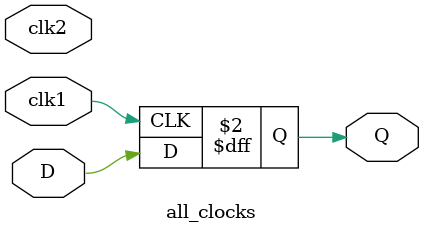
<source format=v>
/*
Command: all_clocks
Description:
    -Returns a list of all defined clocks
    
SDC Example:
    all_clocks
*/

module all_clocks(
    input wire clk1,
    input wire clk2,
    input wire D,
    output reg Q
);
    always @(posedge clk1) begin
        Q <= D;
    end
endmodule
</source>
